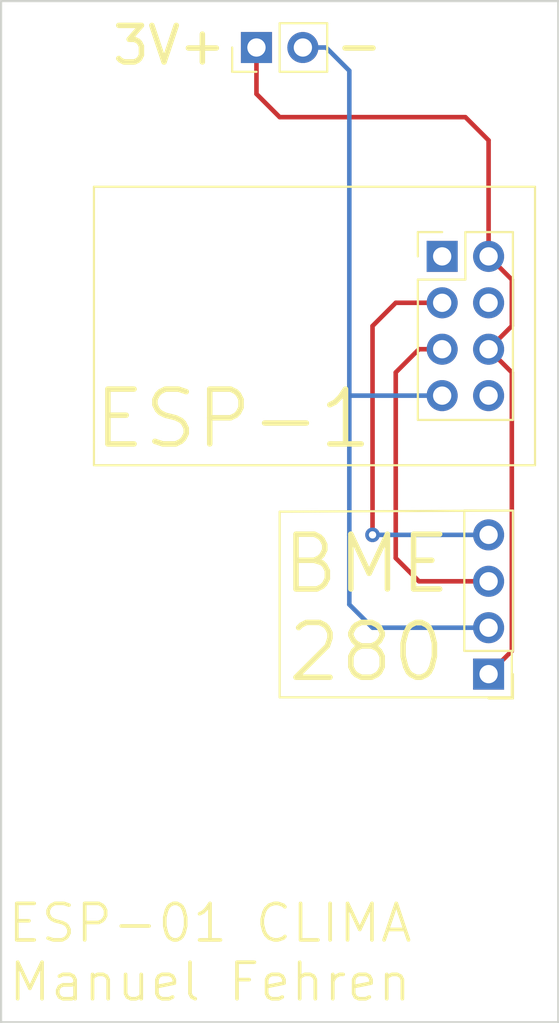
<source format=kicad_pcb>
(kicad_pcb (version 20171130) (host pcbnew "(5.1.4)-1")

  (general
    (thickness 1.6)
    (drawings 15)
    (tracks 29)
    (zones 0)
    (modules 3)
    (nets 8)
  )

  (page A4)
  (layers
    (0 F.Cu signal)
    (31 B.Cu signal)
    (32 B.Adhes user)
    (33 F.Adhes user)
    (34 B.Paste user)
    (35 F.Paste user)
    (36 B.SilkS user)
    (37 F.SilkS user)
    (38 B.Mask user)
    (39 F.Mask user)
    (40 Dwgs.User user)
    (41 Cmts.User user)
    (42 Eco1.User user)
    (43 Eco2.User user)
    (44 Edge.Cuts user)
    (45 Margin user)
    (46 B.CrtYd user)
    (47 F.CrtYd user)
    (48 B.Fab user)
    (49 F.Fab user hide)
  )

  (setup
    (last_trace_width 0.25)
    (user_trace_width 1)
    (trace_clearance 0.2)
    (zone_clearance 0.508)
    (zone_45_only no)
    (trace_min 0.2)
    (via_size 0.8)
    (via_drill 0.4)
    (via_min_size 0.4)
    (via_min_drill 0.3)
    (uvia_size 0.3)
    (uvia_drill 0.1)
    (uvias_allowed no)
    (uvia_min_size 0.2)
    (uvia_min_drill 0.1)
    (edge_width 0.05)
    (segment_width 0.2)
    (pcb_text_width 0.3)
    (pcb_text_size 1.5 1.5)
    (mod_edge_width 0.12)
    (mod_text_size 1 1)
    (mod_text_width 0.15)
    (pad_size 1.524 1.524)
    (pad_drill 0.762)
    (pad_to_mask_clearance 0.051)
    (solder_mask_min_width 0.25)
    (aux_axis_origin 0 0)
    (visible_elements FFFFFF7F)
    (pcbplotparams
      (layerselection 0x010fc_ffffffff)
      (usegerberextensions false)
      (usegerberattributes false)
      (usegerberadvancedattributes false)
      (creategerberjobfile false)
      (excludeedgelayer true)
      (linewidth 0.100000)
      (plotframeref false)
      (viasonmask false)
      (mode 1)
      (useauxorigin false)
      (hpglpennumber 1)
      (hpglpenspeed 20)
      (hpglpendiameter 15.000000)
      (psnegative false)
      (psa4output false)
      (plotreference true)
      (plotvalue true)
      (plotinvisibletext false)
      (padsonsilk false)
      (subtractmaskfromsilk false)
      (outputformat 1)
      (mirror false)
      (drillshape 0)
      (scaleselection 1)
      (outputdirectory ""))
  )

  (net 0 "")
  (net 1 GND)
  (net 2 +3V3)
  (net 3 SDA)
  (net 4 SCL)
  (net 5 "Net-(ESP-1-Pad8)")
  (net 6 "Net-(ESP-1-Pad4)")
  (net 7 "Net-(ESP-1-Pad1)")

  (net_class Default "Dies ist die voreingestellte Netzklasse."
    (clearance 0.2)
    (trace_width 0.25)
    (via_dia 0.8)
    (via_drill 0.4)
    (uvia_dia 0.3)
    (uvia_drill 0.1)
    (add_net +3V3)
    (add_net GND)
    (add_net "Net-(ESP-1-Pad1)")
    (add_net "Net-(ESP-1-Pad4)")
    (add_net "Net-(ESP-1-Pad8)")
    (add_net SCL)
    (add_net SDA)
  )

  (module Connector_PinHeader_2.54mm:PinHeader_1x04_P2.54mm_Vertical (layer F.Cu) (tedit 59FED5CC) (tstamp 5D70437E)
    (at 168.91 96.52 180)
    (descr "Through hole straight pin header, 1x04, 2.54mm pitch, single row")
    (tags "Through hole pin header THT 1x04 2.54mm single row")
    (path /5D7025DB)
    (fp_text reference BME280 (at 7.62 0) (layer F.SilkS) hide
      (effects (font (size 1 1) (thickness 0.15)))
    )
    (fp_text value Conn_01x04_Female (at 0 9.95) (layer F.Fab)
      (effects (font (size 1 1) (thickness 0.15)))
    )
    (fp_text user %R (at 0 3.81 90) (layer F.Fab)
      (effects (font (size 1 1) (thickness 0.15)))
    )
    (fp_line (start 1.8 -1.8) (end -1.8 -1.8) (layer F.CrtYd) (width 0.05))
    (fp_line (start 1.8 9.4) (end 1.8 -1.8) (layer F.CrtYd) (width 0.05))
    (fp_line (start -1.8 9.4) (end 1.8 9.4) (layer F.CrtYd) (width 0.05))
    (fp_line (start -1.8 -1.8) (end -1.8 9.4) (layer F.CrtYd) (width 0.05))
    (fp_line (start -1.33 -1.33) (end 0 -1.33) (layer F.SilkS) (width 0.12))
    (fp_line (start -1.33 0) (end -1.33 -1.33) (layer F.SilkS) (width 0.12))
    (fp_line (start -1.33 1.27) (end 1.33 1.27) (layer F.SilkS) (width 0.12))
    (fp_line (start 1.33 1.27) (end 1.33 8.95) (layer F.SilkS) (width 0.12))
    (fp_line (start -1.33 1.27) (end -1.33 8.95) (layer F.SilkS) (width 0.12))
    (fp_line (start -1.33 8.95) (end 1.33 8.95) (layer F.SilkS) (width 0.12))
    (fp_line (start -1.27 -0.635) (end -0.635 -1.27) (layer F.Fab) (width 0.1))
    (fp_line (start -1.27 8.89) (end -1.27 -0.635) (layer F.Fab) (width 0.1))
    (fp_line (start 1.27 8.89) (end -1.27 8.89) (layer F.Fab) (width 0.1))
    (fp_line (start 1.27 -1.27) (end 1.27 8.89) (layer F.Fab) (width 0.1))
    (fp_line (start -0.635 -1.27) (end 1.27 -1.27) (layer F.Fab) (width 0.1))
    (pad 4 thru_hole oval (at 0 7.62 180) (size 1.7 1.7) (drill 1) (layers *.Cu *.Mask)
      (net 3 SDA))
    (pad 3 thru_hole oval (at 0 5.08 180) (size 1.7 1.7) (drill 1) (layers *.Cu *.Mask)
      (net 4 SCL))
    (pad 2 thru_hole oval (at 0 2.54 180) (size 1.7 1.7) (drill 1) (layers *.Cu *.Mask)
      (net 1 GND))
    (pad 1 thru_hole rect (at 0 0 180) (size 1.7 1.7) (drill 1) (layers *.Cu *.Mask)
      (net 2 +3V3))
    (model ${KISYS3DMOD}/Connector_PinHeader_2.54mm.3dshapes/PinHeader_1x04_P2.54mm_Vertical.wrl
      (at (xyz 0 0 0))
      (scale (xyz 1 1 1))
      (rotate (xyz 0 0 0))
    )
  )

  (module Connector_PinHeader_2.54mm:PinHeader_1x02_P2.54mm_Vertical (layer F.Cu) (tedit 59FED5CC) (tstamp 5D704366)
    (at 156.21 62.23 90)
    (descr "Through hole straight pin header, 1x02, 2.54mm pitch, single row")
    (tags "Through hole pin header THT 1x02 2.54mm single row")
    (path /5D701873)
    (fp_text reference "3V+    -" (at 0.119755 -0.483455 180) (layer F.SilkS)
      (effects (font (size 2 2) (thickness 0.3)))
    )
    (fp_text value Conn_01x02_Male (at 0 4.87 90) (layer F.Fab)
      (effects (font (size 1 1) (thickness 0.15)))
    )
    (fp_text user %R (at 0 1.27) (layer F.Fab)
      (effects (font (size 1 1) (thickness 0.15)))
    )
    (fp_line (start 1.8 -1.8) (end -1.8 -1.8) (layer F.CrtYd) (width 0.05))
    (fp_line (start 1.8 4.35) (end 1.8 -1.8) (layer F.CrtYd) (width 0.05))
    (fp_line (start -1.8 4.35) (end 1.8 4.35) (layer F.CrtYd) (width 0.05))
    (fp_line (start -1.8 -1.8) (end -1.8 4.35) (layer F.CrtYd) (width 0.05))
    (fp_line (start -1.33 -1.33) (end 0 -1.33) (layer F.SilkS) (width 0.12))
    (fp_line (start -1.33 0) (end -1.33 -1.33) (layer F.SilkS) (width 0.12))
    (fp_line (start -1.33 1.27) (end 1.33 1.27) (layer F.SilkS) (width 0.12))
    (fp_line (start 1.33 1.27) (end 1.33 3.87) (layer F.SilkS) (width 0.12))
    (fp_line (start -1.33 1.27) (end -1.33 3.87) (layer F.SilkS) (width 0.12))
    (fp_line (start -1.33 3.87) (end 1.33 3.87) (layer F.SilkS) (width 0.12))
    (fp_line (start -1.27 -0.635) (end -0.635 -1.27) (layer F.Fab) (width 0.1))
    (fp_line (start -1.27 3.81) (end -1.27 -0.635) (layer F.Fab) (width 0.1))
    (fp_line (start 1.27 3.81) (end -1.27 3.81) (layer F.Fab) (width 0.1))
    (fp_line (start 1.27 -1.27) (end 1.27 3.81) (layer F.Fab) (width 0.1))
    (fp_line (start -0.635 -1.27) (end 1.27 -1.27) (layer F.Fab) (width 0.1))
    (pad 2 thru_hole oval (at 0 2.54 90) (size 1.7 1.7) (drill 1) (layers *.Cu *.Mask)
      (net 1 GND))
    (pad 1 thru_hole rect (at 0 0 90) (size 1.7 1.7) (drill 1) (layers *.Cu *.Mask)
      (net 2 +3V3))
    (model ${KISYS3DMOD}/Connector_PinHeader_2.54mm.3dshapes/PinHeader_1x02_P2.54mm_Vertical.wrl
      (at (xyz 0 0 0))
      (scale (xyz 1 1 1))
      (rotate (xyz 0 0 0))
    )
  )

  (module Connector_PinHeader_2.54mm:PinHeader_2x04_P2.54mm_Vertical (layer F.Cu) (tedit 59FED5CC) (tstamp 5D703FCE)
    (at 166.37 73.66)
    (descr "Through hole straight pin header, 2x04, 2.54mm pitch, double rows")
    (tags "Through hole pin header THT 2x04 2.54mm double row")
    (path /5D700D8F)
    (fp_text reference ESP-1 (at -11.43 8.89) (layer F.SilkS)
      (effects (font (size 3 3) (thickness 0.3)))
    )
    (fp_text value Conn_02x04_Odd_Even (at 1.27 9.95) (layer F.Fab)
      (effects (font (size 1 1) (thickness 0.15)))
    )
    (fp_line (start 0 -1.27) (end 3.81 -1.27) (layer F.Fab) (width 0.1))
    (fp_line (start 3.81 -1.27) (end 3.81 8.89) (layer F.Fab) (width 0.1))
    (fp_line (start 3.81 8.89) (end -1.27 8.89) (layer F.Fab) (width 0.1))
    (fp_line (start -1.27 8.89) (end -1.27 0) (layer F.Fab) (width 0.1))
    (fp_line (start -1.27 0) (end 0 -1.27) (layer F.Fab) (width 0.1))
    (fp_line (start -1.33 8.95) (end 3.87 8.95) (layer F.SilkS) (width 0.12))
    (fp_line (start -1.33 1.27) (end -1.33 8.95) (layer F.SilkS) (width 0.12))
    (fp_line (start 3.87 -1.33) (end 3.87 8.95) (layer F.SilkS) (width 0.12))
    (fp_line (start -1.33 1.27) (end 1.27 1.27) (layer F.SilkS) (width 0.12))
    (fp_line (start 1.27 1.27) (end 1.27 -1.33) (layer F.SilkS) (width 0.12))
    (fp_line (start 1.27 -1.33) (end 3.87 -1.33) (layer F.SilkS) (width 0.12))
    (fp_line (start -1.33 0) (end -1.33 -1.33) (layer F.SilkS) (width 0.12))
    (fp_line (start -1.33 -1.33) (end 0 -1.33) (layer F.SilkS) (width 0.12))
    (fp_line (start -1.8 -1.8) (end -1.8 9.4) (layer F.CrtYd) (width 0.05))
    (fp_line (start -1.8 9.4) (end 4.35 9.4) (layer F.CrtYd) (width 0.05))
    (fp_line (start 4.35 9.4) (end 4.35 -1.8) (layer F.CrtYd) (width 0.05))
    (fp_line (start 4.35 -1.8) (end -1.8 -1.8) (layer F.CrtYd) (width 0.05))
    (fp_text user %R (at 1.27 3.81 90) (layer F.Fab)
      (effects (font (size 1 1) (thickness 0.15)))
    )
    (pad 1 thru_hole rect (at 0 0) (size 1.7 1.7) (drill 1) (layers *.Cu *.Mask)
      (net 7 "Net-(ESP-1-Pad1)"))
    (pad 2 thru_hole oval (at 2.54 0) (size 1.7 1.7) (drill 1) (layers *.Cu *.Mask)
      (net 2 +3V3))
    (pad 3 thru_hole oval (at 0 2.54) (size 1.7 1.7) (drill 1) (layers *.Cu *.Mask)
      (net 3 SDA))
    (pad 4 thru_hole oval (at 2.54 2.54) (size 1.7 1.7) (drill 1) (layers *.Cu *.Mask)
      (net 6 "Net-(ESP-1-Pad4)"))
    (pad 5 thru_hole oval (at 0 5.08) (size 1.7 1.7) (drill 1) (layers *.Cu *.Mask)
      (net 4 SCL))
    (pad 6 thru_hole oval (at 2.54 5.08) (size 1.7 1.7) (drill 1) (layers *.Cu *.Mask)
      (net 2 +3V3))
    (pad 7 thru_hole oval (at 0 7.62) (size 1.7 1.7) (drill 1) (layers *.Cu *.Mask)
      (net 1 GND))
    (pad 8 thru_hole oval (at 2.54 7.62) (size 1.7 1.7) (drill 1) (layers *.Cu *.Mask)
      (net 5 "Net-(ESP-1-Pad8)"))
    (model ${KISYS3DMOD}/Connector_PinHeader_2.54mm.3dshapes/PinHeader_2x04_P2.54mm_Vertical.wrl
      (at (xyz 0 0 0))
      (scale (xyz 1 1 1))
      (rotate (xyz 0 0 0))
    )
  )

  (gr_text "ESP-01 CLIMA\nManuel Fehren" (at 153.67 111.76) (layer F.SilkS)
    (effects (font (size 2 2) (thickness 0.2)))
  )
  (gr_line (start 142.24 115.57) (end 142.24 59.69) (layer Edge.Cuts) (width 0.12) (tstamp 5D704872))
  (gr_line (start 172.72 115.57) (end 142.24 115.57) (layer Edge.Cuts) (width 0.12))
  (gr_line (start 172.72 59.69) (end 172.72 115.57) (layer Edge.Cuts) (width 0.12))
  (gr_line (start 142.24 59.69) (end 172.72 59.69) (layer Edge.Cuts) (width 0.12))
  (gr_text "BME\n280" (at 162.232331 92.903612) (layer F.SilkS)
    (effects (font (size 3 3) (thickness 0.3)))
  )
  (gr_line (start 170.18 97.79) (end 170.18 95.25) (layer F.SilkS) (width 0.12))
  (gr_line (start 157.48 97.79) (end 170.18 97.79) (layer F.SilkS) (width 0.12))
  (gr_line (start 157.48 87.63) (end 157.48 97.79) (layer F.SilkS) (width 0.12))
  (gr_line (start 170.24 87.57) (end 157.48 87.63) (layer F.SilkS) (width 0.12))
  (gr_line (start 171.45 85.09) (end 171.45 69.85) (layer F.SilkS) (width 0.12) (tstamp 5D704658))
  (gr_line (start 147.32 85.09) (end 171.45 85.09) (layer F.SilkS) (width 0.12))
  (gr_line (start 147.32 83.82) (end 147.32 85.09) (layer F.SilkS) (width 0.12))
  (gr_line (start 147.32 69.85) (end 147.32 83.82) (layer F.SilkS) (width 0.12))
  (gr_line (start 171.45 69.85) (end 147.32 69.85) (layer F.SilkS) (width 0.12))

  (segment (start 160.02 62.23) (end 158.75 62.23) (width 0.25) (layer B.Cu) (net 1))
  (segment (start 161.29 63.5) (end 160.02 62.23) (width 0.25) (layer B.Cu) (net 1))
  (segment (start 161.29 88.9) (end 161.29 63.5) (width 0.25) (layer B.Cu) (net 1))
  (segment (start 168.91 93.98) (end 162.56 93.98) (width 0.25) (layer B.Cu) (net 1))
  (segment (start 162.56 93.98) (end 161.29 92.71) (width 0.25) (layer B.Cu) (net 1))
  (segment (start 166.37 81.28) (end 161.29 81.28) (width 0.25) (layer B.Cu) (net 1))
  (segment (start 161.29 88.9) (end 161.29 92.71) (width 0.25) (layer B.Cu) (net 1))
  (segment (start 156.21 62.23) (end 156.21 64.77) (width 0.25) (layer F.Cu) (net 2))
  (segment (start 156.21 64.77) (end 157.48 66.04) (width 0.25) (layer F.Cu) (net 2))
  (segment (start 157.48 66.04) (end 167.64 66.04) (width 0.25) (layer F.Cu) (net 2))
  (segment (start 167.64 66.04) (end 168.91 67.31) (width 0.25) (layer F.Cu) (net 2))
  (segment (start 168.91 73.66) (end 170.18 74.93) (width 0.25) (layer F.Cu) (net 2))
  (segment (start 170.18 74.93) (end 170.18 77.47) (width 0.25) (layer F.Cu) (net 2))
  (segment (start 170.18 77.47) (end 168.91 78.74) (width 0.25) (layer F.Cu) (net 2))
  (segment (start 168.91 78.74) (end 170.18 80.01) (width 0.25) (layer F.Cu) (net 2))
  (segment (start 170.18 80.01) (end 170.18 95.25) (width 0.25) (layer F.Cu) (net 2))
  (segment (start 170.18 95.25) (end 168.91 96.52) (width 0.25) (layer F.Cu) (net 2))
  (segment (start 168.91 73.66) (end 168.91 67.31) (width 0.25) (layer F.Cu) (net 2))
  (segment (start 166.37 76.2) (end 163.83 76.2) (width 0.25) (layer F.Cu) (net 3))
  (segment (start 163.83 76.2) (end 162.56 77.47) (width 0.25) (layer F.Cu) (net 3))
  (segment (start 162.56 77.47) (end 162.56 88.9) (width 0.25) (layer F.Cu) (net 3))
  (segment (start 162.56 88.9) (end 162.56 88.9) (width 0.25) (layer F.Cu) (net 3) (tstamp 5D704637))
  (via (at 162.56 88.9) (size 0.8) (drill 0.4) (layers F.Cu B.Cu) (net 3))
  (segment (start 162.56 88.9) (end 168.91 88.9) (width 0.25) (layer B.Cu) (net 3))
  (segment (start 166.37 78.74) (end 165.1 78.74) (width 0.25) (layer F.Cu) (net 4))
  (segment (start 165.1 78.74) (end 163.83 80.01) (width 0.25) (layer F.Cu) (net 4))
  (segment (start 163.83 80.01) (end 163.83 90.17) (width 0.25) (layer F.Cu) (net 4))
  (segment (start 165.1 91.44) (end 168.91 91.44) (width 0.25) (layer F.Cu) (net 4))
  (segment (start 163.83 90.17) (end 165.1 91.44) (width 0.25) (layer F.Cu) (net 4))

)

</source>
